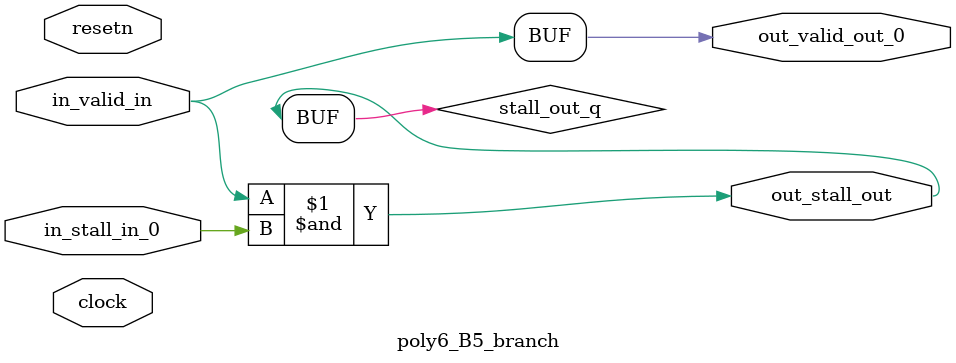
<source format=sv>



(* altera_attribute = "-name AUTO_SHIFT_REGISTER_RECOGNITION OFF; -name MESSAGE_DISABLE 10036; -name MESSAGE_DISABLE 10037; -name MESSAGE_DISABLE 14130; -name MESSAGE_DISABLE 14320; -name MESSAGE_DISABLE 15400; -name MESSAGE_DISABLE 14130; -name MESSAGE_DISABLE 10036; -name MESSAGE_DISABLE 12020; -name MESSAGE_DISABLE 12030; -name MESSAGE_DISABLE 12010; -name MESSAGE_DISABLE 12110; -name MESSAGE_DISABLE 14320; -name MESSAGE_DISABLE 13410; -name MESSAGE_DISABLE 113007; -name MESSAGE_DISABLE 10958" *)
module poly6_B5_branch (
    input wire [0:0] in_stall_in_0,
    input wire [0:0] in_valid_in,
    output wire [0:0] out_stall_out,
    output wire [0:0] out_valid_out_0,
    input wire clock,
    input wire resetn
    );

    wire [0:0] stall_out_q;


    // stall_out(LOGICAL,6)
    assign stall_out_q = in_valid_in & in_stall_in_0;

    // out_stall_out(GPOUT,4)
    assign out_stall_out = stall_out_q;

    // out_valid_out_0(GPOUT,5)
    assign out_valid_out_0 = in_valid_in;

endmodule

</source>
